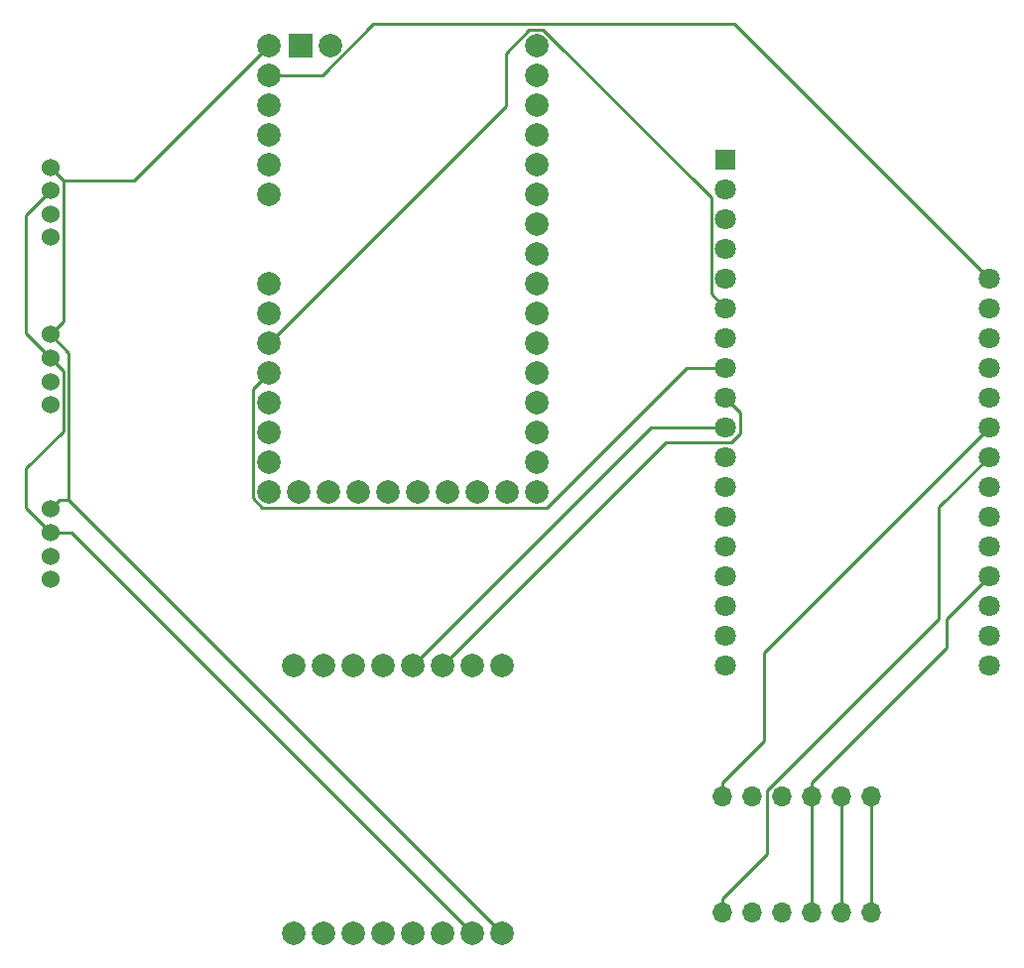
<source format=gbr>
%TF.GenerationSoftware,KiCad,Pcbnew,7.0.10*%
%TF.CreationDate,2024-01-09T19:55:11+00:00*%
%TF.ProjectId,data_logger,64617461-5f6c-46f6-9767-65722e6b6963,rev?*%
%TF.SameCoordinates,Original*%
%TF.FileFunction,Copper,L2,Bot*%
%TF.FilePolarity,Positive*%
%FSLAX46Y46*%
G04 Gerber Fmt 4.6, Leading zero omitted, Abs format (unit mm)*
G04 Created by KiCad (PCBNEW 7.0.10) date 2024-01-09 19:55:11*
%MOMM*%
%LPD*%
G01*
G04 APERTURE LIST*
%TA.AperFunction,ComponentPad*%
%ADD10C,1.524000*%
%TD*%
%TA.AperFunction,ComponentPad*%
%ADD11C,2.000000*%
%TD*%
%TA.AperFunction,ComponentPad*%
%ADD12R,2.000000X2.000000*%
%TD*%
%TA.AperFunction,ComponentPad*%
%ADD13C,1.800000*%
%TD*%
%TA.AperFunction,ComponentPad*%
%ADD14R,1.800000X1.800000*%
%TD*%
%TA.AperFunction,ComponentPad*%
%ADD15O,1.700000X1.700000*%
%TD*%
%TA.AperFunction,Conductor*%
%ADD16C,0.250000*%
%TD*%
G04 APERTURE END LIST*
D10*
%TO.P,J3,1,GND*%
%TO.N,Earth*%
X44754500Y-90299000D03*
%TO.P,J3,2,VCC*%
%TO.N,+3V3*%
X44754500Y-92299000D03*
%TO.P,J3,3,SDA*%
%TO.N,Net-(J1-SDA)*%
X44754500Y-94299000D03*
%TO.P,J3,4,SCL*%
%TO.N,Net-(J1-SCL)*%
X44754500Y-96299000D03*
%TD*%
%TO.P,J1,1,GND*%
%TO.N,Earth*%
X44754500Y-61099000D03*
%TO.P,J1,2,VCC*%
%TO.N,+3V3*%
X44754500Y-63099000D03*
%TO.P,J1,3,SDA*%
%TO.N,Net-(J1-SDA)*%
X44754500Y-65099000D03*
%TO.P,J1,4,SCL*%
%TO.N,Net-(J1-SCL)*%
X44754500Y-67099000D03*
%TD*%
%TO.P,J2,1,GND*%
%TO.N,Earth*%
X44754500Y-75399000D03*
%TO.P,J2,2,VCC*%
%TO.N,+3V3*%
X44754500Y-77399000D03*
%TO.P,J2,3,SDA*%
%TO.N,Net-(J1-SDA)*%
X44754500Y-79399000D03*
%TO.P,J2,4,SCL*%
%TO.N,Net-(J1-SCL)*%
X44754500Y-81399000D03*
%TD*%
D11*
%TO.P,U2,1*%
%TO.N,N/C*%
X86240000Y-50700000D03*
%TO.P,U2,2*%
X86240000Y-53240000D03*
%TO.P,U2,3*%
X86240000Y-55780000D03*
%TO.P,U2,4*%
X86240000Y-58320000D03*
%TO.P,U2,5*%
X86240000Y-60860000D03*
%TO.P,U2,6*%
X86240000Y-63400000D03*
%TO.P,U2,7*%
X86240000Y-65940000D03*
%TO.P,U2,8*%
X86240000Y-68480000D03*
%TO.P,U2,9*%
X86240000Y-71020000D03*
%TO.P,U2,10*%
X86240000Y-73560000D03*
%TO.P,U2,11*%
X86240000Y-76100000D03*
%TO.P,U2,12*%
X86240000Y-78640000D03*
%TO.P,U2,13*%
X86240000Y-81180000D03*
%TO.P,U2,14,VIO*%
%TO.N,unconnected-(U2-VIO-Pad14)*%
X86240000Y-83720000D03*
%TO.P,U2,15,VBAT*%
%TO.N,unconnected-(U2-VBAT-Pad15)*%
X86240000Y-86260000D03*
%TO.P,U2,16,GND*%
%TO.N,unconnected-(U2-GND-Pad16)*%
X86240000Y-88800000D03*
%TO.P,U2,17*%
%TO.N,N/C*%
X83700000Y-88800000D03*
%TO.P,U2,18*%
X81160000Y-88800000D03*
%TO.P,U2,19,SD_CLK*%
%TO.N,Net-(U2-SD_CLK)*%
X78620000Y-88800000D03*
%TO.P,U2,20,SD_MOSI*%
%TO.N,Net-(U2-SD_MOSI)*%
X76080000Y-88800000D03*
%TO.P,U2,21,SD_MISO*%
%TO.N,Net-(U2-SD_MISO)*%
X73540000Y-88800000D03*
%TO.P,U2,22*%
%TO.N,N/C*%
X71000000Y-88800000D03*
%TO.P,U2,23*%
X68460000Y-88800000D03*
%TO.P,U2,24,SD_CS0*%
%TO.N,Net-(U2-SD_CS0)*%
X65920000Y-88800000D03*
%TO.P,U2,25,TX1*%
%TO.N,Net-(U1-D11{slash}UART2-Rx)*%
X63380000Y-88800000D03*
%TO.P,U2,26,RX1*%
%TO.N,Net-(U1-D10{slash}UART2-Tx)*%
X63380000Y-86260000D03*
%TO.P,U2,27,CTS1*%
%TO.N,unconnected-(U2-CTS1-Pad27)*%
X63380000Y-83720000D03*
%TO.P,U2,28,RTS1*%
%TO.N,unconnected-(U2-RTS1-Pad28)*%
X63380000Y-81180000D03*
%TO.P,U2,29,GPS_RX*%
%TO.N,Net-(U1-MISO)*%
X63380000Y-78640000D03*
%TO.P,U2,30,GPS_TX*%
%TO.N,Net-(U1-SCK)*%
X63380000Y-76100000D03*
%TO.P,U2,31,IO6*%
%TO.N,unconnected-(U2-IO6-Pad31)*%
X63380000Y-73560000D03*
%TO.P,U2,32,IO7*%
%TO.N,unconnected-(U2-IO7-Pad32)*%
X63380000Y-71020000D03*
%TO.P,U2,33,HST_TX*%
%TO.N,unconnected-(U2-HST_TX-Pad33)*%
X63380000Y-63400000D03*
%TO.P,U2,34,HST_RX*%
%TO.N,unconnected-(U2-HST_RX-Pad34)*%
X63380000Y-60860000D03*
%TO.P,U2,35,PMR_KEY*%
%TO.N,unconnected-(U2-PMR_KEY-Pad35)*%
X63380000Y-58320000D03*
%TO.P,U2,36,RST*%
%TO.N,unconnected-(U2-RST-Pad36)*%
X63380000Y-55780000D03*
%TO.P,U2,37,VUSB/5V*%
%TO.N,+5V*%
X63380000Y-53240000D03*
%TO.P,U2,38,GND*%
%TO.N,Earth*%
X63380000Y-50700000D03*
D12*
%TO.P,U2,39*%
%TO.N,N/C*%
X66098000Y-50700000D03*
D11*
%TO.P,U2,40*%
X68638000Y-50700000D03*
%TD*%
%TO.P,U3,1,NC*%
%TO.N,unconnected-(U3-NC-Pad1)*%
X65500000Y-126492000D03*
%TO.P,U3,2,NC*%
%TO.N,unconnected-(U3-NC-Pad2)*%
X68040000Y-126492000D03*
%TO.P,U3,3,CS*%
%TO.N,unconnected-(U3-CS-Pad3)*%
X70580000Y-126492000D03*
%TO.P,U3,4,SCK*%
%TO.N,unconnected-(U3-SCK-Pad4)*%
X73120000Y-126492000D03*
%TO.P,U3,5,SDO*%
%TO.N,unconnected-(U3-SDO-Pad5)*%
X75660000Y-126492000D03*
%TO.P,U3,6,SDI*%
%TO.N,unconnected-(U3-SDI-Pad6)*%
X78200000Y-126492000D03*
%TO.P,U3,7,3V3*%
%TO.N,+3V3*%
X80740000Y-126492000D03*
%TO.P,U3,8,GND*%
%TO.N,Earth*%
X83280000Y-126492000D03*
%TO.P,U3,9,SYN*%
%TO.N,unconnected-(U3-SYN-Pad9)*%
X65500000Y-103632000D03*
%TO.P,U3,10,INT*%
%TO.N,unconnected-(U3-INT-Pad10)*%
X68040000Y-103632000D03*
%TO.P,U3,11,NC*%
%TO.N,unconnected-(U3-NC-Pad11)*%
X70580000Y-103632000D03*
%TO.P,U3,12,NC*%
%TO.N,unconnected-(U3-NC-Pad12)*%
X73120000Y-103632000D03*
%TO.P,U3,13,SCL*%
%TO.N,Net-(J1-SDA)*%
X75660000Y-103632000D03*
%TO.P,U3,14,SDA*%
%TO.N,Net-(J1-SCL)*%
X78200000Y-103632000D03*
%TO.P,U3,15,NC*%
%TO.N,unconnected-(U3-NC-Pad15)*%
X80740000Y-103632000D03*
%TO.P,U3,16,GND*%
%TO.N,unconnected-(U3-GND-Pad16)*%
X83280000Y-103632000D03*
%TD*%
D13*
%TO.P,U1,*%
%TO.N,*%
X102362000Y-65532000D03*
D14*
%TO.P,U1,1,RST*%
%TO.N,unconnected-(U1-RST-Pad1)*%
X102362000Y-60452000D03*
D13*
%TO.P,U1,2,3.3V*%
%TO.N,unconnected-(U1-3.3V-Pad2)*%
X102362000Y-62992000D03*
%TO.P,U1,4,GND*%
%TO.N,Earth*%
X102362000Y-68072000D03*
%TO.P,U1,5,EN*%
%TO.N,unconnected-(U1-EN-Pad5)*%
X102362000Y-70612000D03*
%TO.P,U1,6,SCK*%
%TO.N,Net-(U1-SCK)*%
X102362000Y-73152000D03*
%TO.P,U1,7,MOSI*%
%TO.N,unconnected-(U1-MOSI-Pad7)*%
X102362000Y-75692000D03*
%TO.P,U1,8,MISO*%
%TO.N,Net-(U1-MISO)*%
X102362000Y-78232000D03*
%TO.P,U1,9,SCL*%
%TO.N,Net-(J1-SCL)*%
X102362000Y-80772000D03*
%TO.P,U1,10,SDA*%
%TO.N,Net-(J1-SDA)*%
X102362000Y-83312000D03*
%TO.P,U1,11,D9*%
%TO.N,unconnected-(U1-D9-Pad11)*%
X102362000Y-85852000D03*
%TO.P,U1,12,D7*%
%TO.N,Net-(J4-Pin_5)*%
X102362000Y-88392000D03*
%TO.P,U1,13,D6*%
%TO.N,Net-(J4-Pin_6)*%
X102362000Y-90932000D03*
%TO.P,U1,14,D5*%
%TO.N,unconnected-(U1-D5-Pad14)*%
X102362000Y-93472000D03*
%TO.P,U1,15,D3*%
%TO.N,unconnected-(U1-D3-Pad15)*%
X102362000Y-96012000D03*
%TO.P,U1,16,D2*%
%TO.N,unconnected-(U1-D2-Pad16)*%
X102362000Y-98552000D03*
%TO.P,U1,17,TX*%
%TO.N,unconnected-(U1-TX-Pad17)*%
X102362000Y-101092000D03*
%TO.P,U1,18,RX*%
%TO.N,unconnected-(U1-RX-Pad18)*%
X102362000Y-103632000D03*
%TO.P,U1,19,VCC*%
%TO.N,+5V*%
X124862000Y-70612000D03*
%TO.P,U1,20,3.3V*%
%TO.N,unconnected-(U1-3.3V-Pad20)*%
X124862000Y-73152000D03*
%TO.P,U1,21,GND*%
%TO.N,unconnected-(U1-GND-Pad21)*%
X124862000Y-75692000D03*
%TO.P,U1,22,SCL*%
%TO.N,unconnected-(U1-SCL-Pad22)*%
X124862000Y-78232000D03*
%TO.P,U1,23,SDA*%
%TO.N,unconnected-(U1-SDA-Pad23)*%
X124862000Y-80772000D03*
%TO.P,U1,24,A4*%
%TO.N,Net-(J4-Pin_1)*%
X124862000Y-83312000D03*
%TO.P,U1,25,A3*%
%TO.N,unconnected-(J5-Pin_1-Pad1)*%
X124862000Y-85852000D03*
%TO.P,U1,26,A2*%
%TO.N,unconnected-(U1-A2-Pad26)*%
X124862000Y-88392000D03*
%TO.P,U1,27,A1*%
%TO.N,unconnected-(U1-A1-Pad27)*%
X124862000Y-90932000D03*
%TO.P,U1,28,A0*%
%TO.N,unconnected-(U1-A0-Pad28)*%
X124862000Y-93472000D03*
%TO.P,U1,29,D13*%
%TO.N,Net-(J4-Pin_4)*%
X124862000Y-96012000D03*
%TO.P,U1,30,D12*%
%TO.N,unconnected-(U1-D12-Pad30)*%
X124862000Y-98552000D03*
%TO.P,U1,31,D11/UART2-Rx*%
%TO.N,Net-(U1-D11{slash}UART2-Rx)*%
X124862000Y-101092000D03*
%TO.P,U1,32,D10/UART2-Tx*%
%TO.N,Net-(U1-D10{slash}UART2-Tx)*%
X124862000Y-103632000D03*
%TD*%
D15*
%TO.P,J4,1,Pin_1*%
%TO.N,Net-(J4-Pin_1)*%
X102108000Y-114808000D03*
%TO.P,J4,2,Pin_2*%
%TO.N,unconnected-(J4-Pin_2-Pad2)*%
X104648000Y-114808000D03*
%TO.P,J4,3,Pin_3*%
%TO.N,unconnected-(J4-Pin_3-Pad3)*%
X107188000Y-114808000D03*
%TO.P,J4,4,Pin_4*%
%TO.N,Net-(J4-Pin_4)*%
X109728000Y-114808000D03*
%TO.P,J4,5,Pin_5*%
%TO.N,Net-(J4-Pin_5)*%
X112268000Y-114808000D03*
%TO.P,J4,6,Pin_6*%
%TO.N,Net-(J4-Pin_6)*%
X114808000Y-114808000D03*
%TD*%
%TO.P,J5,1,Pin_1*%
%TO.N,unconnected-(J5-Pin_1-Pad1)*%
X102108000Y-124714000D03*
%TO.P,J5,2,Pin_2*%
%TO.N,+3V3*%
X104648000Y-124714000D03*
%TO.P,J5,3,Pin_3*%
%TO.N,Earth*%
X107188000Y-124714000D03*
%TO.P,J5,4,Pin_4*%
%TO.N,Net-(J4-Pin_4)*%
X109728000Y-124714000D03*
%TO.P,J5,5,Pin_5*%
%TO.N,Net-(J4-Pin_5)*%
X112268000Y-124714000D03*
%TO.P,J5,6,Pin_6*%
%TO.N,Net-(J4-Pin_6)*%
X114808000Y-124714000D03*
%TD*%
D16*
%TO.N,+3V3*%
X42672000Y-90216500D02*
X44754500Y-92299000D01*
X45855900Y-83617600D02*
X42672000Y-86801500D01*
X42672000Y-86801500D02*
X42672000Y-90216500D01*
X45855900Y-78500400D02*
X45855900Y-83617600D01*
X44754500Y-77399000D02*
X45855900Y-78500400D01*
X42672000Y-65181500D02*
X44754500Y-63099000D01*
X42672000Y-75316500D02*
X42672000Y-65181500D01*
X44754500Y-77399000D02*
X42672000Y-75316500D01*
%TO.N,Net-(J4-Pin_6)*%
X114808000Y-124714000D02*
X114808000Y-114808000D01*
%TO.N,Net-(J4-Pin_5)*%
X112268000Y-124714000D02*
X112268000Y-114808000D01*
%TO.N,Net-(J4-Pin_4)*%
X109728000Y-124714000D02*
X109728000Y-114808000D01*
X121205600Y-99668400D02*
X124862000Y-96012000D01*
X121205600Y-102153500D02*
X121205600Y-99668400D01*
X109728000Y-113631100D02*
X121205600Y-102153500D01*
X109728000Y-114808000D02*
X109728000Y-113631100D01*
%TO.N,unconnected-(J5-Pin_1-Pad1)*%
X120594400Y-90119600D02*
X124862000Y-85852000D01*
X120594400Y-99642700D02*
X120594400Y-90119600D01*
X105917900Y-114319200D02*
X120594400Y-99642700D01*
X105917900Y-119727200D02*
X105917900Y-114319200D01*
X102108000Y-123537100D02*
X105917900Y-119727200D01*
X102108000Y-124714000D02*
X102108000Y-123537100D01*
%TO.N,+3V3*%
X46547000Y-92299000D02*
X44754500Y-92299000D01*
X80740000Y-126492000D02*
X46547000Y-92299000D01*
%TO.N,Net-(U1-MISO)*%
X62037600Y-79982400D02*
X63380000Y-78640000D01*
X62037600Y-89342300D02*
X62037600Y-79982400D01*
X62856300Y-90161000D02*
X62037600Y-89342300D01*
X87118200Y-90161000D02*
X62856300Y-90161000D01*
X99047200Y-78232000D02*
X87118200Y-90161000D01*
X102362000Y-78232000D02*
X99047200Y-78232000D01*
%TO.N,Net-(U1-SCK)*%
X101135100Y-71925100D02*
X102362000Y-73152000D01*
X101135100Y-63710700D02*
X101135100Y-71925100D01*
X86795800Y-49371400D02*
X101135100Y-63710700D01*
X85628800Y-49371400D02*
X86795800Y-49371400D01*
X83621500Y-51378700D02*
X85628800Y-49371400D01*
X83621500Y-55858500D02*
X83621500Y-51378700D01*
X63380000Y-76100000D02*
X83621500Y-55858500D01*
%TO.N,Net-(J4-Pin_1)*%
X105625000Y-102549000D02*
X124862000Y-83312000D01*
X105625000Y-110114100D02*
X105625000Y-102549000D01*
X102108000Y-113631100D02*
X105625000Y-110114100D01*
X102108000Y-114808000D02*
X102108000Y-113631100D01*
%TO.N,Net-(J1-SCL)*%
X97250000Y-84582000D02*
X78200000Y-103632000D01*
X102836800Y-84582000D02*
X97250000Y-84582000D01*
X103607400Y-83811400D02*
X102836800Y-84582000D01*
X103607400Y-82017400D02*
X103607400Y-83811400D01*
X102362000Y-80772000D02*
X103607400Y-82017400D01*
%TO.N,Net-(J1-SDA)*%
X95980000Y-83312000D02*
X102362000Y-83312000D01*
X75660000Y-103632000D02*
X95980000Y-83312000D01*
%TO.N,Earth*%
X51880900Y-62199100D02*
X45854600Y-62199100D01*
X63380000Y-50700000D02*
X51880900Y-62199100D01*
X44754500Y-61099000D02*
X45854600Y-62199100D01*
X45854600Y-74298900D02*
X44754500Y-75399000D01*
X45854600Y-62199100D02*
X45854600Y-74298900D01*
X46313800Y-89457400D02*
X46279600Y-89491600D01*
X46313800Y-76958300D02*
X46313800Y-89457400D01*
X44754500Y-75399000D02*
X46313800Y-76958300D01*
X45561900Y-89491600D02*
X46279600Y-89491600D01*
X44754500Y-90299000D02*
X45561900Y-89491600D01*
X46279600Y-89491600D02*
X83280000Y-126492000D01*
%TO.N,+5V*%
X67974600Y-53240000D02*
X63380000Y-53240000D01*
X72329300Y-48885300D02*
X67974600Y-53240000D01*
X103135300Y-48885300D02*
X72329300Y-48885300D01*
X124862000Y-70612000D02*
X103135300Y-48885300D01*
%TD*%
M02*

</source>
